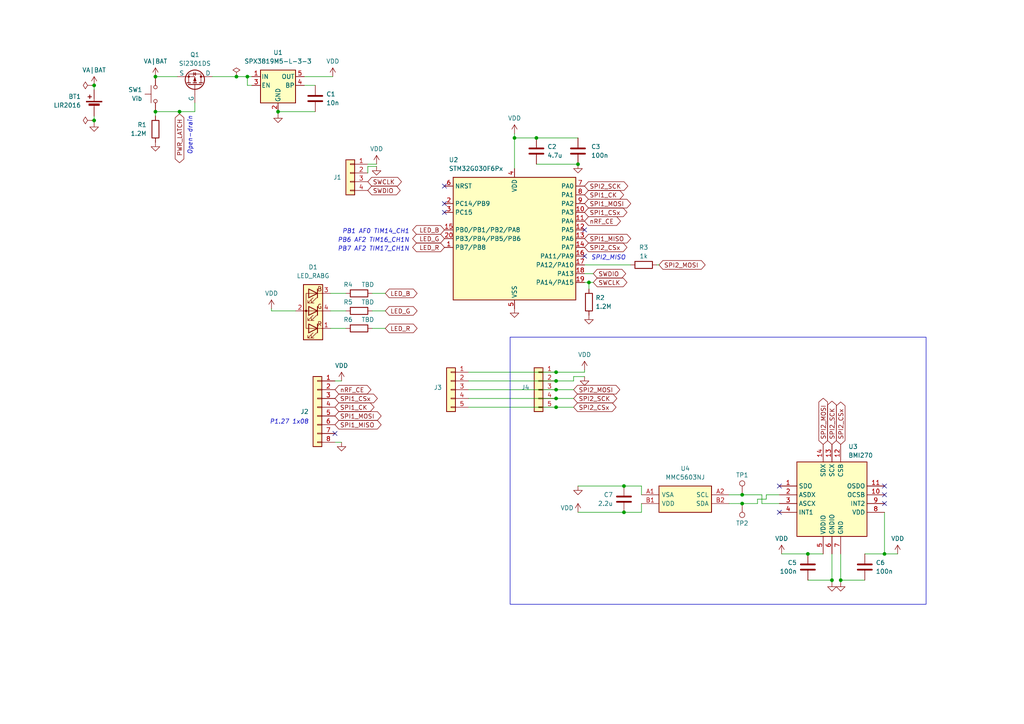
<source format=kicad_sch>
(kicad_sch (version 20230121) (generator eeschema)
  (paper "A4")
  (lib_symbols
    (symbol "Connector:TestPoint" (pin_numbers hide) (pin_names (offset 0.762) hide)
      (property "Reference" "TP" (at 0 6.858 0))
      (property "Value" "TestPoint" (at 0 5.08 0))
      (symbol "TestPoint_0_1"
        (circle (center 0 3.302) (radius 0.762))
      )
      (symbol "TestPoint_1_1"
        (pin passive line (at 0 0 90) (length 2.54) (name "1") (number "1"))
      )
    )
    (symbol "Connector_Generic:Conn_01x04" (pin_names (offset 1.016) hide)
      (property "Reference" "J" (at 0 5.08 0))
      (property "Value" "Conn_01x04" (at 0 -7.62 0))
      (symbol "Conn_01x04_1_1"
        (rectangle (start -1.27 -4.953) (end 0 -5.207) (stroke (width 0.1524)))
        (rectangle (start -1.27 -2.413) (end 0 -2.667) (stroke (width 0.1524)))
        (rectangle (start -1.27 0.127) (end 0 -0.127) (stroke (width 0.1524)))
        (rectangle (start -1.27 2.667) (end 0 2.413) (stroke (width 0.1524)))
        (rectangle (start -1.27 3.81) (end 1.27 -6.35) (stroke (width 0.254)) (fill (type background)))
        (pin passive line (at -5.08 2.54 0) (length 3.81) (name "Pin_1") (number "1"))
        (pin passive line (at -5.08 0 0) (length 3.81) (name "Pin_2") (number "2"))
        (pin passive line (at -5.08 -2.54 0) (length 3.81) (name "Pin_3") (number "3"))
        (pin passive line (at -5.08 -5.08 0) (length 3.81) (name "Pin_4") (number "4"))
      )
    )
    (symbol "Connector_Generic:Conn_01x05" (pin_names (offset 1.016) hide)
      (property "Reference" "J" (at 0 7.62 0))
      (property "Value" "Conn_01x05" (at 0 -7.62 0))
      (symbol "Conn_01x05_1_1"
        (rectangle (start -1.27 -4.953) (end 0 -5.207) (stroke (width 0.1524)))
        (rectangle (start -1.27 -2.413) (end 0 -2.667) (stroke (width 0.1524)))
        (rectangle (start -1.27 0.127) (end 0 -0.127) (stroke (width 0.1524)))
        (rectangle (start -1.27 2.667) (end 0 2.413) (stroke (width 0.1524)))
        (rectangle (start -1.27 5.207) (end 0 4.953) (stroke (width 0.1524)))
        (rectangle (start -1.27 6.35) (end 1.27 -6.35) (stroke (width 0.254)) (fill (type background)))
        (pin passive line (at -5.08 5.08 0) (length 3.81) (name "Pin_1") (number "1"))
        (pin passive line (at -5.08 2.54 0) (length 3.81) (name "Pin_2") (number "2"))
        (pin passive line (at -5.08 0 0) (length 3.81) (name "Pin_3") (number "3"))
        (pin passive line (at -5.08 -2.54 0) (length 3.81) (name "Pin_4") (number "4"))
        (pin passive line (at -5.08 -5.08 0) (length 3.81) (name "Pin_5") (number "5"))
      )
    )
    (symbol "Connector_Generic:Conn_01x08" (pin_names (offset 1.016) hide)
      (property "Reference" "J" (at 0 10.16 0))
      (property "Value" "Conn_01x08" (at 0 -12.7 0))
      (symbol "Conn_01x08_1_1"
        (rectangle (start -1.27 -10.033) (end 0 -10.287) (stroke (width 0.1524)))
        (rectangle (start -1.27 -7.493) (end 0 -7.747) (stroke (width 0.1524)))
        (rectangle (start -1.27 -4.953) (end 0 -5.207) (stroke (width 0.1524)))
        (rectangle (start -1.27 -2.413) (end 0 -2.667) (stroke (width 0.1524)))
        (rectangle (start -1.27 0.127) (end 0 -0.127) (stroke (width 0.1524)))
        (rectangle (start -1.27 2.667) (end 0 2.413) (stroke (width 0.1524)))
        (rectangle (start -1.27 5.207) (end 0 4.953) (stroke (width 0.1524)))
        (rectangle (start -1.27 7.747) (end 0 7.493) (stroke (width 0.1524)))
        (rectangle (start -1.27 8.89) (end 1.27 -11.43) (stroke (width 0.254)) (fill (type background)))
        (pin passive line (at -5.08 7.62 0) (length 3.81) (name "Pin_1") (number "1"))
        (pin passive line (at -5.08 5.08 0) (length 3.81) (name "Pin_2") (number "2"))
        (pin passive line (at -5.08 2.54 0) (length 3.81) (name "Pin_3") (number "3"))
        (pin passive line (at -5.08 0 0) (length 3.81) (name "Pin_4") (number "4"))
        (pin passive line (at -5.08 -2.54 0) (length 3.81) (name "Pin_5") (number "5"))
        (pin passive line (at -5.08 -5.08 0) (length 3.81) (name "Pin_6") (number "6"))
        (pin passive line (at -5.08 -7.62 0) (length 3.81) (name "Pin_7") (number "7"))
        (pin passive line (at -5.08 -10.16 0) (length 3.81) (name "Pin_8") (number "8"))
      )
    )
    (symbol "Device:Battery_Cell" (pin_numbers hide) (pin_names (offset 0) hide)
      (property "Reference" "BT" (at 2.54 2.54 0))
      (property "Value" "Battery_Cell" (at 2.54 0 0))
      (symbol "Battery_Cell_0_1"
        (rectangle (start -2.286 1.778) (end 2.286 1.524) (fill (type outline)))
        (rectangle (start -1.524 1.016) (end 1.524 0.508) (fill (type outline)))
        (polyline (pts (xy 0 0.762) (xy 0 0)))
        (polyline (pts (xy 0 1.778) (xy 0 2.54)))
        (polyline (pts (xy 0.762 3.048) (xy 1.778 3.048)) (stroke (width 0.254)))
        (polyline (pts (xy 1.27 3.556) (xy 1.27 2.54)) (stroke (width 0.254)))
      )
      (symbol "Battery_Cell_1_1"
        (pin passive line (at 0 5.08 270) (length 2.54) (name "+") (number "1"))
        (pin passive line (at 0 -2.54 90) (length 2.54) (name "-") (number "2"))
      )
    )
    (symbol "Device:C" (pin_numbers hide) (pin_names (offset 0.254))
      (property "Reference" "C" (at 0.635 2.54 0))
      (property "Value" "C" (at 0.635 -2.54 0))
      (symbol "C_0_1"
        (polyline (pts (xy -2.032 -0.762) (xy 2.032 -0.762)) (stroke (width 0.508)))
        (polyline (pts (xy -2.032 0.762) (xy 2.032 0.762)) (stroke (width 0.508)))
      )
      (symbol "C_1_1"
        (pin passive line (at 0 3.81 270) (length 2.794) (name "~") (number "1"))
        (pin passive line (at 0 -3.81 90) (length 2.794) (name "~") (number "2"))
      )
    )
    (symbol "Device:LED_RABG" (pin_names (offset 0) hide)
      (property "Reference" "D" (at 0 9.398 0))
      (property "Value" "LED_RABG" (at 0 -8.89 0))
      (symbol "LED_RABG_0_0"
        (text "B" (at -1.905 -6.35 0) (effects (font (size 1.27 1.27))))
        (text "G" (at -1.905 -1.27 0) (effects (font (size 1.27 1.27))))
        (text "R" (at -1.905 3.81 0) (effects (font (size 1.27 1.27))))
      )
      (symbol "LED_RABG_0_1"
        (polyline (pts (xy -1.27 -5.08) (xy -2.54 -5.08)))
        (polyline (pts (xy -1.27 -5.08) (xy 1.27 -5.08)))
        (polyline (pts (xy -1.27 -3.81) (xy -1.27 -6.35)) (stroke (width 0.254)))
        (polyline (pts (xy -1.27 0) (xy -2.54 0)))
        (polyline (pts (xy -1.27 1.27) (xy -1.27 -1.27)) (stroke (width 0.254)))
        (polyline (pts (xy -1.27 5.08) (xy -2.54 5.08)))
        (polyline (pts (xy -1.27 5.08) (xy 1.27 5.08)))
        (polyline (pts (xy -1.27 6.35) (xy -1.27 3.81)) (stroke (width 0.254)))
        (polyline (pts (xy 1.27 0) (xy -1.27 0)))
        (polyline (pts (xy 1.27 0) (xy 2.54 0)))
        (polyline (pts (xy -1.27 1.27) (xy -1.27 -1.27) (xy -1.27 -1.27)))
        (polyline (pts (xy -1.27 6.35) (xy -1.27 3.81) (xy -1.27 3.81)))
        (polyline (pts (xy 1.27 -5.08) (xy 2.032 -5.08) (xy 2.032 5.08) (xy 1.27 5.08)))
        (polyline (pts (xy 1.27 -3.81) (xy 1.27 -6.35) (xy -1.27 -5.08) (xy 1.27 -3.81)) (stroke (width 0.254)))
        (polyline (pts (xy 1.27 1.27) (xy 1.27 -1.27) (xy -1.27 0) (xy 1.27 1.27)) (stroke (width 0.254)))
        (polyline (pts (xy 1.27 6.35) (xy 1.27 3.81) (xy -1.27 5.08) (xy 1.27 6.35)) (stroke (width 0.254)))
        (polyline (pts (xy -1.016 -3.81) (xy 0.508 -2.286) (xy -0.254 -2.286) (xy 0.508 -2.286) (xy 0.508 -3.048)))
        (polyline (pts (xy -1.016 1.27) (xy 0.508 2.794) (xy -0.254 2.794) (xy 0.508 2.794) (xy 0.508 2.032)))
        (polyline (pts (xy -1.016 6.35) (xy 0.508 7.874) (xy -0.254 7.874) (xy 0.508 7.874) (xy 0.508 7.112)))
        (polyline (pts (xy 0 -3.81) (xy 1.524 -2.286) (xy 0.762 -2.286) (xy 1.524 -2.286) (xy 1.524 -3.048)))
        (polyline (pts (xy 0 1.27) (xy 1.524 2.794) (xy 0.762 2.794) (xy 1.524 2.794) (xy 1.524 2.032)))
        (polyline (pts (xy 0 6.35) (xy 1.524 7.874) (xy 0.762 7.874) (xy 1.524 7.874) (xy 1.524 7.112)))
        (rectangle (start 1.27 -1.27) (end 1.27 1.27))
        (rectangle (start 1.27 1.27) (end 1.27 1.27))
        (rectangle (start 1.27 3.81) (end 1.27 6.35))
        (rectangle (start 1.27 6.35) (end 1.27 6.35))
        (circle (center 2.032 0) (radius 0.254) (fill (type outline)))
        (rectangle (start 2.794 8.382) (end -2.794 -7.62) (stroke (width 0.254)) (fill (type background)))
      )
      (symbol "LED_RABG_1_1"
        (pin passive line (at -5.08 5.08 0) (length 2.54) (name "RK") (number "1"))
        (pin passive line (at 5.08 0 180) (length 2.54) (name "A") (number "2"))
        (pin passive line (at -5.08 -5.08 0) (length 2.54) (name "BK") (number "3"))
        (pin passive line (at -5.08 0 0) (length 2.54) (name "GK") (number "4"))
      )
    )
    (symbol "Device:Q_PMOS_GSD" (pin_numbers hide) (pin_names (offset 0))
      (property "Reference" "Q" (at 5.08 1.27 0))
      (property "Value" "Q_PMOS_GSD" (at 5.08 -1.27 0))
      (symbol "Q_PMOS_GSD_0_1"
        (polyline (pts (xy 0.254 0) (xy -2.54 0)))
        (polyline (pts (xy 0.254 1.905) (xy 0.254 -1.905)) (stroke (width 0.254)))
        (polyline (pts (xy 0.762 -1.27) (xy 0.762 -2.286)) (stroke (width 0.254)))
        (polyline (pts (xy 0.762 0.508) (xy 0.762 -0.508)) (stroke (width 0.254)))
        (polyline (pts (xy 0.762 2.286) (xy 0.762 1.27)) (stroke (width 0.254)))
        (polyline (pts (xy 2.54 2.54) (xy 2.54 1.778)))
        (polyline (pts (xy 2.54 -2.54) (xy 2.54 0) (xy 0.762 0)))
        (polyline (pts (xy 0.762 1.778) (xy 3.302 1.778) (xy 3.302 -1.778) (xy 0.762 -1.778)))
        (polyline (pts (xy 2.286 0) (xy 1.27 0.381) (xy 1.27 -0.381) (xy 2.286 0)) (fill (type outline)))
        (polyline (pts (xy 2.794 -0.508) (xy 2.921 -0.381) (xy 3.683 -0.381) (xy 3.81 -0.254)))
        (polyline (pts (xy 3.302 -0.381) (xy 2.921 0.254) (xy 3.683 0.254) (xy 3.302 -0.381)))
        (circle (center 1.651 0) (radius 2.794) (stroke (width 0.254)))
        (circle (center 2.54 -1.778) (radius 0.254) (fill (type outline)))
        (circle (center 2.54 1.778) (radius 0.254) (fill (type outline)))
      )
      (symbol "Q_PMOS_GSD_1_1"
        (pin input line (at -5.08 0 0) (length 2.54) (name "G") (number "1"))
        (pin passive line (at 2.54 -5.08 90) (length 2.54) (name "S") (number "2"))
        (pin passive line (at 2.54 5.08 270) (length 2.54) (name "D") (number "3"))
      )
    )
    (symbol "Device:R" (pin_numbers hide) (pin_names (offset 0))
      (property "Reference" "R" (at 2.032 0 90))
      (property "Value" "R" (at 0 0 90))
      (symbol "R_0_1"
        (rectangle (start -1.016 -2.54) (end 1.016 2.54) (stroke (width 0.254)))
      )
      (symbol "R_1_1"
        (pin passive line (at 0 3.81 270) (length 1.27) (name "~") (number "1"))
        (pin passive line (at 0 -3.81 90) (length 1.27) (name "~") (number "2"))
      )
    )
    (symbol "MCU_ST_STM32G0:STM32G030F6Px"
      (property "Reference" "U" (at -17.78 19.05 0))
      (property "Value" "STM32G030F6Px" (at 2.54 19.05 0))
      (symbol "STM32G030F6Px_0_1"
        (rectangle (start -17.78 -17.78) (end 17.78 17.78) (stroke (width 0.254)) (fill (type background)))
      )
      (symbol "STM32G030F6Px_1_1"
        (pin bidirectional line (at -20.32 -2.54 0) (length 2.54) (name "PB7/PB8") (number "1"))
        (pin bidirectional line (at 20.32 7.62 180) (length 2.54) (name "PA3") (number "10"))
        (pin bidirectional line (at 20.32 5.08 180) (length 2.54) (name "PA4") (number "11"))
        (pin bidirectional line (at 20.32 2.54 180) (length 2.54) (name "PA5") (number "12"))
        (pin bidirectional line (at 20.32 0 180) (length 2.54) (name "PA6") (number "13"))
        (pin bidirectional line (at 20.32 -2.54 180) (length 2.54) (name "PA7") (number "14"))
        (pin bidirectional line (at -20.32 2.54 0) (length 2.54) (name "PB0/PB1/PB2/PA8") (number "15"))
        (pin bidirectional line (at 20.32 -5.08 180) (length 2.54) (name "PA11/PA9") (number "16"))
        (pin bidirectional line (at 20.32 -7.62 180) (length 2.54) (name "PA12/PA10") (number "17"))
        (pin bidirectional line (at 20.32 -10.16 180) (length 2.54) (name "PA13") (number "18"))
        (pin bidirectional line (at 20.32 -12.7 180) (length 2.54) (name "PA14/PA15") (number "19"))
        (pin bidirectional line (at -20.32 10.16 0) (length 2.54) (name "PC14/PB9") (number "2"))
        (pin bidirectional line (at -20.32 0 0) (length 2.54) (name "PB3/PB4/PB5/PB6") (number "20"))
        (pin bidirectional line (at -20.32 7.62 0) (length 2.54) (name "PC15") (number "3"))
        (pin power_in line (at 0 20.32 270) (length 2.54) (name "VDD") (number "4"))
        (pin power_in line (at 0 -20.32 90) (length 2.54) (name "VSS") (number "5"))
        (pin input line (at -20.32 15.24 0) (length 2.54) (name "NRST") (number "6"))
        (pin bidirectional line (at 20.32 15.24 180) (length 2.54) (name "PA0") (number "7"))
        (pin bidirectional line (at 20.32 12.7 180) (length 2.54) (name "PA1") (number "8"))
        (pin bidirectional line (at 20.32 10.16 180) (length 2.54) (name "PA2") (number "9"))
      )
    )
    (symbol "Pendu_symbols:BMI270"
      (property "Reference" "U" (at 23.495 12.7 0))
      (property "Value" "BMI270" (at 23.495 10.16 0))
      (symbol "BMI270_1_1"
        (rectangle (start 5.08 6.985) (end 25.4 -14.605) (stroke (width 0.254)) (fill (type background)))
        (pin passive line (at 0 0 0) (length 5.08) (name "SDO") (number "1"))
        (pin passive line (at 30.48 -2.54 180) (length 5.08) (name "OCSB") (number "10"))
        (pin passive line (at 30.48 0 180) (length 5.08) (name "OSDO") (number "11"))
        (pin passive line (at 17.78 12.065 270) (length 5.08) (name "CSB") (number "12"))
        (pin passive line (at 15.24 12.065 270) (length 5.08) (name "SCX") (number "13"))
        (pin passive line (at 12.7 12.065 270) (length 5.08) (name "SDX") (number "14"))
        (pin passive line (at 0 -2.54 0) (length 5.08) (name "ASDX") (number "2"))
        (pin passive line (at 0 -5.08 0) (length 5.08) (name "ASCX") (number "3"))
        (pin passive line (at 0 -7.62 0) (length 5.08) (name "INT1") (number "4"))
        (pin passive line (at 12.7 -19.685 90) (length 5.08) (name "VDDIO") (number "5"))
        (pin passive line (at 15.24 -19.685 90) (length 5.08) (name "GNDIO") (number "6"))
        (pin passive line (at 17.78 -19.685 90) (length 5.08) (name "GND") (number "7"))
        (pin passive line (at 30.48 -7.62 180) (length 5.08) (name "VDD") (number "8"))
        (pin passive line (at 30.48 -5.08 180) (length 5.08) (name "INT2") (number "9"))
      )
    )
    (symbol "Pendu_symbols:MMC5603NJ" (pin_names (offset 0.762))
      (property "Reference" "U" (at 21.59 7.62 0))
      (property "Value" "MMC5603NJ" (at 21.59 5.08 0))
      (symbol "MMC5603NJ_0_0"
        (pin passive line (at 0 0 0) (length 5.08) (name "VSA") (number "A1"))
        (pin passive line (at 25.4 0 180) (length 5.08) (name "SCL") (number "A2"))
        (pin passive line (at 0 -2.54 0) (length 5.08) (name "VDD") (number "B1"))
        (pin passive line (at 25.4 -2.54 180) (length 5.08) (name "SDA") (number "B2"))
      )
      (symbol "MMC5603NJ_1_1"
        (polyline (pts (xy 5.08 2.54) (xy 20.32 2.54) (xy 20.32 -5.08) (xy 5.08 -5.08) (xy 5.08 2.54)) (stroke (width 0.254)) (fill (type background)))
      )
    )
    (symbol "Pendu_symbols:VBAT" (power) (pin_names (offset 0))
      (property "Value" "VBAT" (at 0 3.81 0))
      (symbol "VBAT_0_1"
        (polyline (pts (xy -0.762 1.27) (xy 0 2.54)))
        (polyline (pts (xy 0 0) (xy 0 2.54)))
        (polyline (pts (xy 0 2.54) (xy 0.762 1.27)))
      )
      (symbol "VBAT_1_1"
        (pin power_in line (at 0 0 90) (length 0) hide (name "VA|BAT") (number "1"))
      )
    )
    (symbol "Regulator_Linear:SPX3819M5-L-3-3" (pin_names (offset 0.254))
      (property "Reference" "U" (at -3.81 5.715 0))
      (property "Value" "SPX3819M5-L-3-3" (at 0 5.715 0))
      (symbol "SPX3819M5-L-3-3_0_1"
        (rectangle (start -5.08 4.445) (end 5.08 -5.08) (stroke (width 0.254)) (fill (type background)))
      )
      (symbol "SPX3819M5-L-3-3_1_1"
        (pin power_in line (at -7.62 2.54 0) (length 2.54) (name "IN") (number "1"))
        (pin power_in line (at 0 -7.62 90) (length 2.54) (name "GND") (number "2"))
        (pin input line (at -7.62 0 0) (length 2.54) (name "EN") (number "3"))
        (pin input line (at 7.62 0 180) (length 2.54) (name "BP") (number "4"))
        (pin power_out line (at 7.62 2.54 180) (length 2.54) (name "OUT") (number "5"))
      )
    )
    (symbol "Switch:SW_Push" (pin_numbers hide) (pin_names (offset 1.016) hide)
      (property "Reference" "SW" (at 1.27 2.54 0))
      (property "Value" "SW_Push" (at 0 -1.524 0))
      (symbol "SW_Push_0_1"
        (circle (center -2.032 0) (radius 0.508))
        (polyline (pts (xy 0 1.27) (xy 0 3.048)))
        (polyline (pts (xy 2.54 1.27) (xy -2.54 1.27)))
        (circle (center 2.032 0) (radius 0.508))
        (pin passive line (at -5.08 0 0) (length 2.54) (name "1") (number "1"))
        (pin passive line (at 5.08 0 180) (length 2.54) (name "2") (number "2"))
      )
    )
    (symbol "power:GND" (power) (pin_names (offset 0))
      (property "Value" "GND" (at 0 -3.81 0))
      (symbol "GND_0_1"
        (polyline (pts (xy 0 0) (xy 0 -1.27) (xy 1.27 -1.27) (xy 0 -2.54) (xy -1.27 -1.27) (xy 0 -1.27)))
      )
      (symbol "GND_1_1"
        (pin power_in line (at 0 0 270) (length 0) hide (name "GND") (number "1"))
      )
    )
    (symbol "power:PWR_FLAG" (power) (pin_numbers hide) (pin_names (offset 0) hide)
      (property "Value" "PWR_FLAG" (at 0 3.81 0))
      (symbol "PWR_FLAG_0_0"
        (pin power_out line (at 0 0 90) (length 0) (name "pwr") (number "1"))
      )
      (symbol "PWR_FLAG_0_1"
        (polyline (pts (xy 0 0) (xy 0 1.27) (xy -1.016 1.905) (xy 0 2.54) (xy 1.016 1.905) (xy 0 1.27)))
      )
    )
    (symbol "power:VDD" (power) (pin_names (offset 0))
      (property "Value" "VDD" (at 0 3.81 0))
      (symbol "VDD_0_1"
        (polyline (pts (xy -0.762 1.27) (xy 0 2.54)))
        (polyline (pts (xy 0 0) (xy 0 2.54)))
        (polyline (pts (xy 0 2.54) (xy 0.762 1.27)))
      )
      (symbol "VDD_1_1"
        (pin power_in line (at 0 0 90) (length 0) hide (name "VDD") (number "1"))
      )
    )
  )
  (junction (at 180.975 148.59))
  (junction (at 234.315 160.655))
  (junction (at 27.305 34.925))
  (junction (at 161.29 118.11))
  (junction (at 45.085 32.385))
  (junction (at 52.07 32.385))
  (junction (at 71.755 22.225))
  (junction (at 170.815 81.915))
  (junction (at 161.29 107.95))
  (junction (at 161.29 110.49))
  (junction (at 149.225 40.005))
  (junction (at 45.085 22.225))
  (junction (at 161.29 113.03))
  (junction (at 243.84 168.275))
  (junction (at 167.64 47.625))
  (junction (at 161.29 115.57))
  (junction (at 155.575 40.005))
  (junction (at 68.58 22.225))
  (junction (at 180.975 140.97))
  (junction (at 215.265 146.05))
  (junction (at 256.54 160.655))
  (junction (at 80.645 32.385))
  (junction (at 241.3 168.275))
  (junction (at 215.265 143.51))
  (junction (at 27.305 24.765))
  (no_connect (at 256.54 143.51))
  (no_connect (at 256.54 146.05))
  (no_connect (at 226.06 140.97))
  (no_connect (at 128.905 61.595))
  (no_connect (at 128.905 59.055))
  (no_connect (at 256.54 140.97))
  (no_connect (at 169.545 66.675))
  (no_connect (at 97.155 125.73))
  (no_connect (at 226.06 148.59))
  (no_connect (at 128.905 53.975))
  (no_connect (at 169.545 74.295))
  (wire (pts (xy 211.455 143.51) (xy 215.265 143.51)))
  (wire (pts (xy 111.76 85.09) (xy 107.95 85.09)))
  (wire (pts (xy 149.225 40.005) (xy 149.225 48.895)))
  (wire (pts (xy 243.84 168.275) (xy 243.84 168.91)))
  (wire (pts (xy 27.305 24.765) (xy 27.305 26.035)))
  (wire (pts (xy 45.085 22.225) (xy 51.435 22.225)))
  (wire (pts (xy 186.055 140.97) (xy 186.055 143.51)))
  (wire (pts (xy 241.3 160.655) (xy 241.3 168.275)))
  (wire (pts (xy 215.265 146.05) (xy 211.455 146.05)))
  (wire (pts (xy 78.74 90.17) (xy 85.725 90.17)))
  (wire (pts (xy 135.89 113.03) (xy 161.29 113.03)))
  (wire (pts (xy 27.305 34.925) (xy 27.305 35.56)))
  (wire (pts (xy 68.58 22.225) (xy 71.755 22.225)))
  (wire (pts (xy 243.84 168.275) (xy 250.825 168.275)))
  (wire (pts (xy 161.29 115.57) (xy 166.37 115.57)))
  (wire (pts (xy 170.815 81.915) (xy 169.545 81.915)))
  (wire (pts (xy 161.29 107.95) (xy 169.545 107.95)))
  (wire (pts (xy 166.37 109.22) (xy 169.545 109.22)))
  (wire (pts (xy 109.22 47.625) (xy 106.68 47.625)))
  (wire (pts (xy 234.315 168.275) (xy 241.3 168.275)))
  (wire (pts (xy 56.515 32.385) (xy 56.515 29.845)))
  (wire (pts (xy 219.71 144.78) (xy 219.71 146.05)))
  (wire (pts (xy 97.155 110.49) (xy 99.06 110.49)))
  (wire (pts (xy 222.25 144.78) (xy 219.71 144.78)))
  (wire (pts (xy 155.575 40.005) (xy 167.64 40.005)))
  (wire (pts (xy 186.055 148.59) (xy 180.975 148.59)))
  (wire (pts (xy 111.76 90.17) (xy 107.95 90.17)))
  (wire (pts (xy 226.695 160.655) (xy 234.315 160.655)))
  (wire (pts (xy 220.98 143.51) (xy 220.98 146.05)))
  (wire (pts (xy 149.225 40.005) (xy 155.575 40.005)))
  (wire (pts (xy 186.055 146.05) (xy 186.055 148.59)))
  (wire (pts (xy 167.64 140.97) (xy 180.975 140.97)))
  (wire (pts (xy 222.25 143.51) (xy 226.06 143.51)))
  (wire (pts (xy 106.68 50.165) (xy 106.68 48.26)))
  (wire (pts (xy 169.545 107.95) (xy 169.545 107.315)))
  (wire (pts (xy 80.645 32.385) (xy 91.44 32.385)))
  (wire (pts (xy 135.89 115.57) (xy 161.29 115.57)))
  (wire (pts (xy 167.64 148.59) (xy 180.975 148.59)))
  (wire (pts (xy 71.755 22.225) (xy 73.025 22.225)))
  (wire (pts (xy 135.89 107.95) (xy 161.29 107.95)))
  (wire (pts (xy 161.29 113.03) (xy 166.37 113.03)))
  (wire (pts (xy 80.645 33.02) (xy 80.645 32.385)))
  (wire (pts (xy 220.98 146.05) (xy 226.06 146.05)))
  (wire (pts (xy 190.5 76.835) (xy 191.135 76.835)))
  (wire (pts (xy 73.025 24.765) (xy 71.755 24.765)))
  (wire (pts (xy 78.74 89.535) (xy 78.74 90.17)))
  (wire (pts (xy 100.33 95.25) (xy 95.885 95.25)))
  (wire (pts (xy 256.54 160.655) (xy 260.35 160.655)))
  (wire (pts (xy 250.825 160.655) (xy 256.54 160.655)))
  (wire (pts (xy 215.265 143.51) (xy 220.98 143.51)))
  (wire (pts (xy 222.25 143.51) (xy 222.25 144.78)))
  (wire (pts (xy 166.37 110.49) (xy 161.29 110.49)))
  (wire (pts (xy 27.305 33.655) (xy 27.305 34.925)))
  (wire (pts (xy 155.575 47.625) (xy 167.64 47.625)))
  (wire (pts (xy 135.89 118.11) (xy 161.29 118.11)))
  (wire (pts (xy 45.085 32.385) (xy 52.07 32.385)))
  (wire (pts (xy 172.085 79.375) (xy 169.545 79.375)))
  (wire (pts (xy 219.71 146.05) (xy 215.265 146.05)))
  (wire (pts (xy 26.67 24.765) (xy 27.305 24.765)))
  (wire (pts (xy 111.76 95.25) (xy 107.95 95.25)))
  (wire (pts (xy 61.595 22.225) (xy 68.58 22.225)))
  (wire (pts (xy 243.84 160.655) (xy 243.84 168.275)))
  (wire (pts (xy 71.755 22.225) (xy 71.755 24.765)))
  (wire (pts (xy 166.37 110.49) (xy 166.37 109.22)))
  (wire (pts (xy 52.07 33.02) (xy 52.07 32.385)))
  (wire (pts (xy 26.67 34.925) (xy 27.305 34.925)))
  (wire (pts (xy 256.54 160.655) (xy 256.54 148.59)))
  (wire (pts (xy 172.085 81.915) (xy 170.815 81.915)))
  (wire (pts (xy 88.265 24.765) (xy 91.44 24.765)))
  (wire (pts (xy 52.07 32.385) (xy 56.515 32.385)))
  (wire (pts (xy 100.33 90.17) (xy 95.885 90.17)))
  (wire (pts (xy 161.29 110.49) (xy 135.89 110.49)))
  (wire (pts (xy 170.815 81.915) (xy 170.815 83.82)))
  (wire (pts (xy 45.085 32.385) (xy 45.085 33.655)))
  (wire (pts (xy 100.33 85.09) (xy 95.885 85.09)))
  (wire (pts (xy 241.3 168.275) (xy 241.3 168.91)))
  (wire (pts (xy 234.315 160.655) (xy 238.76 160.655)))
  (wire (pts (xy 106.68 48.26) (xy 109.22 48.26)))
  (wire (pts (xy 97.155 128.27) (xy 99.06 128.27)))
  (wire (pts (xy 161.29 118.11) (xy 166.37 118.11)))
  (wire (pts (xy 88.265 22.225) (xy 96.52 22.225)))
  (wire (pts (xy 149.225 38.735) (xy 149.225 40.005)))
  (wire (pts (xy 169.545 76.835) (xy 182.88 76.835)))
  (wire (pts (xy 180.975 140.97) (xy 186.055 140.97)))
  (rectangle (start 147.955 97.79) (end 268.605 175.26))
  (text "P1.27 1x08" (at 89.535 123.19 0) (effects (font (size 1.27 1.27) italic) (justify right bottom)))
  (text "PB1 AF0 TIM14_CH1" (at 118.745 67.945 0) (effects (font (size 1.27 1.27) italic) (justify right bottom)))
  (text "PB6 AF2 TIM16_CH1N" (at 118.745 70.485 0) (effects (font (size 1.27 1.27) italic) (justify right bottom)))
  (text "SPI2_MISO" (at 171.45 75.565 0) (effects (font (size 1.27 1.27) italic) (justify left bottom)))
  (text "Open-drain" (at 55.88 33.655 90) (effects (font (size 1.27 1.27) italic) (justify right bottom)))
  (text "PB7 AF2 TIM17_CH1N" (at 118.745 73.025 0) (effects (font (size 1.27 1.27) italic) (justify right bottom)))
  (global_label "SPI1_CK" (shape bidirectional) (at 169.545 56.515 0) (property "Intersheetrefs" "${INTERSHEET_REFS}" (effects hide)))
  (global_label "LED_B" (shape bidirectional) (at 128.905 66.675 180) (property "Intersheetrefs" "${INTERSHEET_REFS}" (effects hide)))
  (global_label "LED_B" (shape bidirectional) (at 111.76 85.09 0) (property "Intersheetrefs" "${INTERSHEET_REFS}" (effects hide)))
  (global_label "SPI2_CSx" (shape bidirectional) (at 169.545 71.755 0) (property "Intersheetrefs" "${INTERSHEET_REFS}" (effects hide)))
  (global_label "SPI1_MISO" (shape bidirectional) (at 169.545 69.215 0) (property "Intersheetrefs" "${INTERSHEET_REFS}" (effects hide)))
  (global_label "SPI2_CSx" (shape bidirectional) (at 243.84 128.905 90) (property "Intersheetrefs" "${INTERSHEET_REFS}" (effects hide)))
  (global_label "LED_G" (shape bidirectional) (at 111.76 90.17 0) (property "Intersheetrefs" "${INTERSHEET_REFS}" (effects hide)))
  (global_label "PWR_LATCH" (shape bidirectional) (at 52.07 33.02 270) (property "Intersheetrefs" "${INTERSHEET_REFS}" (effects hide)))
  (global_label "SPI2_SCK" (shape bidirectional) (at 166.37 115.57 0) (property "Intersheetrefs" "${INTERSHEET_REFS}" (effects hide)))
  (global_label "LED_R" (shape bidirectional) (at 128.905 71.755 180) (property "Intersheetrefs" "${INTERSHEET_REFS}" (effects hide)))
  (global_label "SPI1_MISO" (shape bidirectional) (at 97.155 123.19 0) (property "Intersheetrefs" "${INTERSHEET_REFS}" (effects hide)))
  (global_label "LED_R" (shape bidirectional) (at 111.76 95.25 0) (property "Intersheetrefs" "${INTERSHEET_REFS}" (effects hide)))
  (global_label "SPI2_CSx" (shape bidirectional) (at 166.37 118.11 0) (property "Intersheetrefs" "${INTERSHEET_REFS}" (effects hide)))
  (global_label "nRF_CE" (shape bidirectional) (at 169.545 64.135 0) (property "Intersheetrefs" "${INTERSHEET_REFS}" (effects hide)))
  (global_label "SWCLK" (shape bidirectional) (at 106.68 52.705 0) (property "Intersheetrefs" "${INTERSHEET_REFS}" (effects hide)))
  (global_label "SPI1_MOSI" (shape bidirectional) (at 169.545 59.055 0) (property "Intersheetrefs" "${INTERSHEET_REFS}" (effects hide)))
  (global_label "SPI2_SCK" (shape bidirectional) (at 241.3 128.905 90) (property "Intersheetrefs" "${INTERSHEET_REFS}" (effects hide)))
  (global_label "SPI2_MOSI" (shape bidirectional) (at 191.135 76.835 0) (property "Intersheetrefs" "${INTERSHEET_REFS}" (effects hide)))
  (global_label "LED_G" (shape bidirectional) (at 128.905 69.215 180) (property "Intersheetrefs" "${INTERSHEET_REFS}" (effects hide)))
  (global_label "nRF_CE" (shape bidirectional) (at 97.155 113.03 0) (property "Intersheetrefs" "${INTERSHEET_REFS}" (effects hide)))
  (global_label "SPI1_CSx" (shape bidirectional) (at 169.545 61.595 0) (property "Intersheetrefs" "${INTERSHEET_REFS}" (effects hide)))
  (global_label "SPI1_CK" (shape bidirectional) (at 97.155 118.11 0) (property "Intersheetrefs" "${INTERSHEET_REFS}" (effects hide)))
  (global_label "SPI2_MOSI" (shape bidirectional) (at 166.37 113.03 0) (property "Intersheetrefs" "${INTERSHEET_REFS}" (effects hide)))
  (global_label "SWDIO" (shape bidirectional) (at 172.085 79.375 0) (property "Intersheetrefs" "${INTERSHEET_REFS}" (effects hide)))
  (global_label "SPI2_MOSI" (shape bidirectional) (at 238.76 128.905 90) (property "Intersheetrefs" "${INTERSHEET_REFS}" (effects hide)))
  (global_label "SPI1_MOSI" (shape bidirectional) (at 97.155 120.65 0) (property "Intersheetrefs" "${INTERSHEET_REFS}" (effects hide)))
  (global_label "SWDIO" (shape bidirectional) (at 106.68 55.245 0) (property "Intersheetrefs" "${INTERSHEET_REFS}" (effects hide)))
  (global_label "SWCLK" (shape bidirectional) (at 172.085 81.915 0) (property "Intersheetrefs" "${INTERSHEET_REFS}" (effects hide)))
  (global_label "SPI2_SCK" (shape bidirectional) (at 169.545 53.975 0) (property "Intersheetrefs" "${INTERSHEET_REFS}" (effects hide)))
  (global_label "SPI1_CSx" (shape bidirectional) (at 97.155 115.57 0) (property "Intersheetrefs" "${INTERSHEET_REFS}" (effects hide)))
  (symbol (lib_id "power:GND") (at 27.305 35.56 0) (unit 1)
    (property "Reference" "#PWR01" (effects hide))
    (property "Value" "GND" (effects hide))
  )
  (symbol (lib_id "Connector_Generic:Conn_01x05") (at 156.21 113.03 0) (mirror y) (unit 1)
    (property "Reference" "J4" (at 152.4 112.395 0))
    (property "Value" "Conn_01x05" (effects hide))
    (property "Footprint" "Connector_PinHeader_2.54mm:PinHeader_1x05_P2.54mm_Vertical" (effects hide))
  )
  (symbol (lib_id "power:GND") (at 241.3 168.91 0) (unit 1)
    (property "Reference" "#PWR020" (effects hide))
    (property "Value" "GND" (effects hide))
  )
  (symbol (lib_id "Device:C") (at 180.975 144.78 0) (mirror y) (unit 1)
    (property "Reference" "C7" (at 177.8 143.51 0) (effects (justify left)))
    (property "Value" "2.2u" (at 177.8 146.05 0) (effects (justify left)))
    (property "Footprint" "Capacitor_SMD:C_0603_1608Metric" (effects hide))
  )
  (symbol (lib_id "power:GND") (at 170.815 91.44 0) (unit 1)
    (property "Reference" "#PWR08" (effects hide))
    (property "Value" "GND" (effects hide))
  )
  (symbol (lib_id "power:GND") (at 99.06 128.27 0) (unit 1)
    (property "Reference" "#PWR014" (effects hide))
    (property "Value" "GND" (effects hide))
  )
  (symbol (lib_id "Device:R") (at 104.14 90.17 90) (unit 1)
    (property "Reference" "R5" (at 100.965 87.63 90))
    (property "Value" "TBD" (at 106.68 87.63 90))
    (property "Footprint" "Resistor_SMD:R_0603_1608Metric" (effects hide))
  )
  (symbol (lib_id "power:VDD") (at 167.64 148.59 0) (unit 1)
    (property "Reference" "#PWR022" (effects hide))
    (property "Value" "VDD" (at 164.465 147.32 0))
  )
  (symbol (lib_id "Device:C") (at 250.825 164.465 0) (unit 1)
    (property "Reference" "C6" (at 254 163.195 0) (effects (justify left)))
    (property "Value" "100n" (at 254 165.735 0) (effects (justify left)))
    (property "Footprint" "Capacitor_SMD:C_0603_1608Metric" (effects hide))
  )
  (symbol (lib_id "power:VDD") (at 109.22 47.625 0) (unit 1)
    (property "Reference" "#PWR03" (effects hide))
    (property "Value" "VDD" (at 109.22 43.18 0))
  )
  (symbol (lib_id "Device:C") (at 167.64 43.815 0) (unit 1)
    (property "Reference" "C3" (at 171.45 42.545 0) (effects (justify left)))
    (property "Value" "100n" (at 171.45 45.085 0) (effects (justify left)))
    (property "Footprint" "Capacitor_SMD:C_0603_1608Metric" (effects hide))
  )
  (symbol (lib_id "Regulator_Linear:SPX3819M5-L-3-3") (at 80.645 24.765 0) (unit 1)
    (property "Reference" "U1" (at 80.645 15.24 0))
    (property "Value" "SPX3819M5-L-3-3" (at 80.645 17.78 0))
    (property "Footprint" "Package_TO_SOT_SMD:SOT-23-5" (effects hide))
    (property "Datasheet" "https://www.exar.com/content/document.ashx?id=22106&languageid=1033&type=Datasheet&partnumber=SPX3819&filename=SPX3819.pdf&part=SPX3819" (effects hide))
  )
  (symbol (lib_id "power:PWR_FLAG") (at 68.58 22.225 0) (unit 1)
    (property "Reference" "#FLG03" (effects hide))
    (property "Value" "PWR_FLAG" (effects hide))
  )
  (symbol (lib_id "Connector_Generic:Conn_01x05") (at 130.81 113.03 0) (mirror y) (unit 1)
    (property "Reference" "J3" (at 127 112.395 0))
    (property "Value" "Conn_01x05" (effects hide))
    (property "Footprint" "Connector_PinHeader_2.54mm:PinHeader_1x05_P2.54mm_Vertical" (effects hide))
  )
  (symbol (lib_id "power:PWR_FLAG") (at 26.67 24.765 90) (unit 1)
    (property "Reference" "#FLG01" (effects hide))
    (property "Value" "PWR_FLAG" (effects hide))
  )
  (symbol (lib_id "Connector_Generic:Conn_01x08") (at 92.075 118.11 0) (mirror y) (unit 1)
    (property "Reference" "J2" (at 89.535 119.38 0) (effects (justify left)))
    (property "Value" "Conn_01x08" (effects hide))
    (property "Footprint" "Pendu_footprints:SMD_Module_P1.27_1x08" (effects hide))
  )
  (symbol (lib_id "power:VDD") (at 260.35 160.655 0) (unit 1)
    (property "Reference" "#PWR015" (effects hide))
    (property "Value" "VDD" (at 260.35 156.21 0))
  )
  (symbol (lib_id "Connector:TestPoint") (at 215.265 146.05 180) (unit 1)
    (property "Reference" "TP2" (at 215.265 151.765 0))
    (property "Value" "TestPoint" (effects hide))
    (property "Footprint" "TestPoint:TestPoint_Pad_D1.5mm" (effects hide))
  )
  (symbol (lib_id "power:GND") (at 167.64 140.97 0) (unit 1)
    (property "Reference" "#PWR016" (effects hide))
    (property "Value" "GND" (effects hide))
  )
  (symbol (lib_id "power:GND") (at 243.84 168.91 0) (unit 1)
    (property "Reference" "#PWR021" (effects hide))
    (property "Value" "GND" (effects hide))
  )
  (symbol (lib_id "Device:C") (at 155.575 43.815 0) (unit 1)
    (property "Reference" "C2" (at 158.75 42.545 0) (effects (justify left)))
    (property "Value" "4.7u" (at 158.75 45.085 0) (effects (justify left)))
    (property "Footprint" "Capacitor_SMD:C_0603_1608Metric" (effects hide))
  )
  (symbol (lib_id "Device:R") (at 104.14 95.25 90) (unit 1)
    (property "Reference" "R6" (at 100.965 92.71 90))
    (property "Value" "TBD" (at 106.68 92.71 90))
    (property "Footprint" "Resistor_SMD:R_0603_1608Metric" (effects hide))
  )
  (symbol (lib_id "power:VDD") (at 149.225 38.735 0) (unit 1)
    (property "Reference" "#PWR05" (effects hide))
    (property "Value" "VDD" (at 149.225 34.29 0))
  )
  (symbol (lib_id "Pendu_symbols:VBAT") (at 27.305 24.765 0) (unit 1)
    (property "Reference" "#PWR010" (effects hide))
    (property "Value" "VBAT" (at 27.305 20.32 0))
  )
  (symbol (lib_id "Device:LED_RABG") (at 90.805 90.17 180) (unit 1)
    (property "Reference" "D1" (at 90.805 77.47 0))
    (property "Value" "LED_RABG" (at 90.805 80.01 0))
    (property "Footprint" "LED_SMD:LED_Kingbright_AAA3528ESGCT" (effects hide))
  )
  (symbol (lib_id "Switch:SW_Push") (at 45.085 27.305 90) (unit 1)
    (property "Reference" "SW1" (at 41.275 26.035 90) (effects (justify left)))
    (property "Value" "Vib" (at 41.275 28.575 90) (effects (justify left)))
    (property "Footprint" "Pendu_footprints:VibSwitch_JYX-1210-X160" (effects hide))
  )
  (symbol (lib_id "MCU_ST_STM32G0:STM32G030F6Px") (at 149.225 69.215 0) (unit 1)
    (property "Reference" "U2" (at 130.175 46.355 0) (effects (justify left)))
    (property "Value" "STM32G030F6Px" (at 130.175 48.895 0) (effects (justify left)))
    (property "Footprint" "Package_SO:TSSOP-20_4.4x6.5mm_P0.65mm" (effects hide))
    (property "Datasheet" "https://www.st.com/resource/en/datasheet/stm32g030f6.pdf" (effects hide))
  )
  (symbol (lib_id "Device:R") (at 186.69 76.835 90) (unit 1)
    (property "Reference" "R3" (at 186.69 71.755 90))
    (property "Value" "1k" (at 186.69 74.295 90))
    (property "Footprint" "Resistor_SMD:R_0603_1608Metric" (effects hide))
  )
  (symbol (lib_id "power:GND") (at 149.225 89.535 0) (unit 1)
    (property "Reference" "#PWR06" (effects hide))
    (property "Value" "GND" (effects hide))
  )
  (symbol (lib_id "Connector_Generic:Conn_01x04") (at 101.6 50.165 0) (mirror y) (unit 1)
    (property "Reference" "J1" (at 99.06 51.435 0) (effects (justify left)))
    (property "Value" "Conn_01x04" (effects hide))
    (property "Footprint" "Pendu_footprints:TestPoints_1x04_P2.0" (effects hide))
  )
  (symbol (lib_id "Device:C") (at 91.44 28.575 0) (unit 1)
    (property "Reference" "C1" (at 94.615 27.305 0) (effects (justify left)))
    (property "Value" "10n" (at 94.615 29.845 0) (effects (justify left)))
    (property "Footprint" "Capacitor_SMD:C_0603_1608Metric" (effects hide))
  )
  (symbol (lib_id "power:GND") (at 169.545 109.22 0) (unit 1)
    (property "Reference" "#PWR024" (effects hide))
    (property "Value" "GND" (effects hide))
  )
  (symbol (lib_id "power:GND") (at 80.645 33.02 0) (unit 1)
    (property "Reference" "#PWR09" (effects hide))
    (property "Value" "GND" (effects hide))
  )
  (symbol (lib_id "power:GND") (at 45.085 41.275 0) (unit 1)
    (property "Reference" "#PWR012" (effects hide))
    (property "Value" "GND" (effects hide))
  )
  (symbol (lib_id "Device:Battery_Cell") (at 27.305 31.115 0) (mirror y) (unit 1)
    (property "Reference" "BT1" (at 23.495 28.0035 0) (effects (justify left)))
    (property "Value" "LIR2016" (at 23.495 30.5435 0) (effects (justify left)))
    (property "Footprint" "Pendu_footprints:BatteryHolder_2032_THT_P20" (effects hide))
  )
  (symbol (lib_id "Device:C") (at 234.315 164.465 0) (mirror y) (unit 1)
    (property "Reference" "C5" (at 231.14 163.195 0) (effects (justify left)))
    (property "Value" "100n" (at 231.14 165.735 0) (effects (justify left)))
    (property "Footprint" "Capacitor_SMD:C_0603_1608Metric" (effects hide))
  )
  (symbol (lib_id "power:VDD") (at 226.695 160.655 0) (unit 1)
    (property "Reference" "#PWR019" (effects hide))
    (property "Value" "VDD" (at 226.695 156.21 0))
  )
  (symbol (lib_id "power:VDD") (at 96.52 22.225 0) (unit 1)
    (property "Reference" "#PWR02" (effects hide))
    (property "Value" "VDD" (at 96.52 17.78 0))
  )
  (symbol (lib_id "power:VDD") (at 99.06 110.49 0) (unit 1)
    (property "Reference" "#PWR011" (effects hide))
    (property "Value" "VDD" (at 99.06 106.045 0))
  )
  (symbol (lib_id "power:VDD") (at 78.74 89.535 0) (unit 1)
    (property "Reference" "#PWR025" (effects hide))
    (property "Value" "VDD" (at 78.74 85.09 0))
  )
  (symbol (lib_id "power:PWR_FLAG") (at 26.67 34.925 90) (unit 1)
    (property "Reference" "#FLG02" (effects hide))
    (property "Value" "PWR_FLAG" (effects hide))
  )
  (symbol (lib_id "Pendu_symbols:MMC5603NJ") (at 186.055 143.51 0) (unit 1)
    (property "Reference" "U4" (at 198.755 135.89 0))
    (property "Value" "MMC5603NJ" (at 198.755 138.43 0))
    (property "Footprint" "Package_BGA:WLP-4_0.86x0.86mm_P0.4mm" (effects hide))
    (property "Datasheet" "https://www.mouser.de/datasheet/2/821/Memsic_09102019_MMC5603NJ_Datasheet_Rev.B-1635324.pdf" (effects hide))
    (property "Description" "Magnetic Sensors SMD RoHS" (effects hide))
    (property "Height" "0.6" (effects hide))
    (property "Manufacturer_Name" "MEMSIC" (effects hide))
    (property "Manufacturer_Part_Number" "MMC5603NJ" (effects hide))
    (property "Mouser Part Number" "438-MMC5603NJ" (effects hide))
    (property "Mouser Price/Stock" "https://www.mouser.co.uk/ProductDetail/MEMSIC/MMC5603NJ?qs=B6kkDfuK7%2FDOubZFFHvcXw%3D%3D" (effects hide))
    (property "Arrow Part Number" "MMC5603NJ" (effects hide))
    (property "Arrow Price/Stock" "https://www.arrow.com/en/products/mmc5603nj/memsic?region=nac" (effects hide))
  )
  (symbol (lib_id "power:GND") (at 167.64 47.625 0) (unit 1)
    (property "Reference" "#PWR07" (effects hide))
    (property "Value" "GND" (effects hide))
  )
  (symbol (lib_id "Device:R") (at 45.085 37.465 0) (mirror y) (unit 1)
    (property "Reference" "R1" (at 42.545 36.195 0) (effects (justify left)))
    (property "Value" "1.2M" (at 42.545 38.735 0) (effects (justify left)))
    (property "Footprint" "Resistor_SMD:R_0603_1608Metric" (effects hide))
  )
  (symbol (lib_id "Connector:TestPoint") (at 215.265 143.51 0) (unit 1)
    (property "Reference" "TP1" (at 215.265 137.795 0))
    (property "Value" "TestPoint" (effects hide))
    (property "Footprint" "TestPoint:TestPoint_Pad_D1.5mm" (effects hide))
  )
  (symbol (lib_id "Device:Q_PMOS_GSD") (at 56.515 24.765 270) (mirror x) (unit 1)
    (property "Reference" "Q1" (at 56.515 15.875 90))
    (property "Value" "Si2301DS" (at 56.515 18.415 90))
    (property "Footprint" "Package_TO_SOT_SMD:SOT-23" (effects hide))
  )
  (symbol (lib_id "power:GND") (at 109.22 48.26 0) (unit 1)
    (property "Reference" "#PWR04" (effects hide))
    (property "Value" "GND" (effects hide))
  )
  (symbol (lib_id "Device:R") (at 170.815 87.63 0) (unit 1)
    (property "Reference" "R2" (at 172.72 86.36 0) (effects (justify left)))
    (property "Value" "1.2M" (at 172.72 88.9 0) (effects (justify left)))
    (property "Footprint" "Resistor_SMD:R_0603_1608Metric" (effects hide))
  )
  (symbol (lib_id "power:VDD") (at 169.545 107.315 0) (unit 1)
    (property "Reference" "#PWR023" (effects hide))
    (property "Value" "VDD" (at 169.545 102.87 0))
  )
  (symbol (lib_id "Device:R") (at 104.14 85.09 90) (unit 1)
    (property "Reference" "R4" (at 100.965 82.55 90))
    (property "Value" "TBD" (at 106.68 82.55 90))
    (property "Footprint" "Resistor_SMD:R_0603_1608Metric" (effects hide))
  )
  (symbol (lib_id "Pendu_symbols:VBAT") (at 45.085 22.225 0) (unit 1)
    (property "Reference" "#PWR013" (effects hide))
    (property "Value" "VBAT" (at 45.085 17.78 0))
  )
  (symbol (lib_id "Pendu_symbols:BMI270") (at 226.06 140.97 0) (unit 1)
    (property "Reference" "U3" (at 246.0341 129.54 0) (effects (justify left)))
    (property "Value" "BMI270" (at 246.0341 132.08 0) (effects (justify left)))
    (property "Footprint" "Pendu_footprints:QFN50P300X250X87-14N" (effects hide))
    (property "Datasheet" "https://www.mouser.de/datasheet/2/783/BST-BMI270-FL000-1530947.pdf" (effects hide))
    (property "Height" "0.87" (effects hide))
    (property "Manufacturer_Name" "BOSCH" (effects hide))
    (property "Manufacturer_Part_Number" "BMI270" (effects hide))
    (property "Mouser Part Number" "262-BMI270" (effects hide))
    (property "Mouser Price/Stock" "https://www.mouser.co.uk/ProductDetail/Bosch-Sensortec/BMI270?qs=u16ybLDytRYIj%252BjQEee88A%3D%3D" (effects hide))
    (property "Arrow Part Number" "BMI270" (effects hide))
    (property "Arrow Price/Stock" "https://www.arrow.com/en/products/bmi270/bosch?region=nac" (effects hide))
  )
)
</source>
